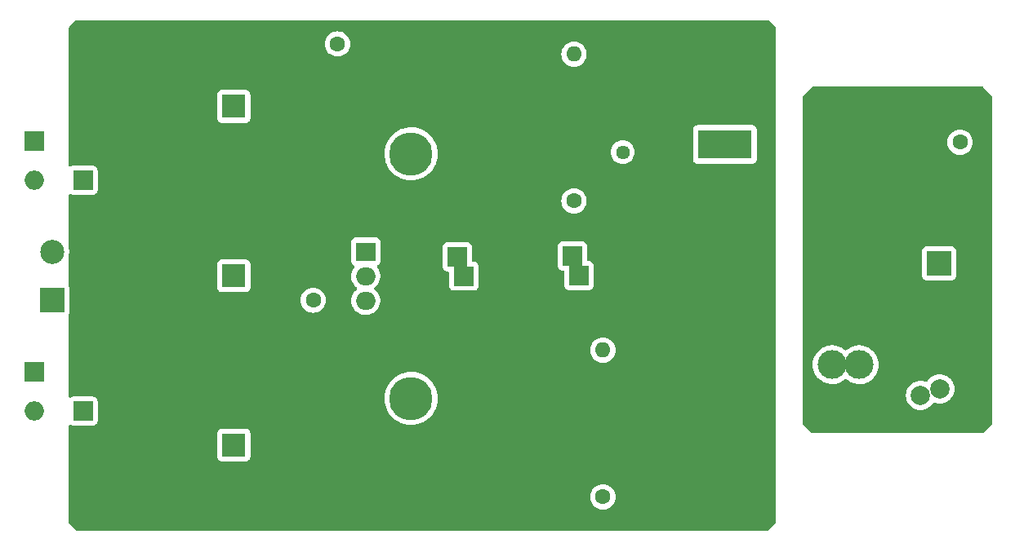
<source format=gbr>
%TF.GenerationSoftware,KiCad,Pcbnew,(6.0.0)*%
%TF.CreationDate,2022-07-19T20:58:04+01:00*%
%TF.ProjectId,M filament Heater,4d206669-6c61-46d6-956e-742048656174,rev?*%
%TF.SameCoordinates,Original*%
%TF.FileFunction,Copper,L2,Bot*%
%TF.FilePolarity,Positive*%
%FSLAX46Y46*%
G04 Gerber Fmt 4.6, Leading zero omitted, Abs format (unit mm)*
G04 Created by KiCad (PCBNEW (6.0.0)) date 2022-07-19 20:58:04*
%MOMM*%
%LPD*%
G01*
G04 APERTURE LIST*
%TA.AperFunction,ComponentPad*%
%ADD10C,1.600000*%
%TD*%
%TA.AperFunction,ComponentPad*%
%ADD11R,2.000000X2.000000*%
%TD*%
%TA.AperFunction,ComponentPad*%
%ADD12C,2.000000*%
%TD*%
%TA.AperFunction,ComponentPad*%
%ADD13R,2.400000X2.400000*%
%TD*%
%TA.AperFunction,ComponentPad*%
%ADD14C,2.400000*%
%TD*%
%TA.AperFunction,ComponentPad*%
%ADD15O,2.000000X2.000000*%
%TD*%
%TA.AperFunction,ComponentPad*%
%ADD16R,2.500000X2.500000*%
%TD*%
%TA.AperFunction,ComponentPad*%
%ADD17C,2.500000*%
%TD*%
%TA.AperFunction,ComponentPad*%
%ADD18O,1.600000X1.600000*%
%TD*%
%TA.AperFunction,ComponentPad*%
%ADD19R,2.000000X1.905000*%
%TD*%
%TA.AperFunction,ComponentPad*%
%ADD20O,2.000000X1.905000*%
%TD*%
%TA.AperFunction,ComponentPad*%
%ADD21C,4.500000*%
%TD*%
%TA.AperFunction,ComponentPad*%
%ADD22C,1.440000*%
%TD*%
%TA.AperFunction,ComponentPad*%
%ADD23R,3.000000X3.000000*%
%TD*%
%TA.AperFunction,ComponentPad*%
%ADD24C,3.000000*%
%TD*%
G04 APERTURE END LIST*
D10*
%TO.P,C8,1*%
%TO.N,Net-(C7-Pad1)*%
X163625000Y-120522500D03*
%TO.P,C8,2*%
%TO.N,Net-(C7-Pad2)*%
X168625000Y-120522500D03*
%TD*%
D11*
%TO.P,C6,1*%
%TO.N,Net-(C6-Pad1)*%
X116495179Y-132430000D03*
X117167323Y-134430000D03*
D12*
%TO.P,C6,2*%
%TO.N,GND*%
X122167323Y-134430000D03*
X122839467Y-136430000D03*
%TD*%
D13*
%TO.P,C1,1*%
%TO.N,Net-(C1-Pad1)*%
X93325000Y-151987500D03*
D14*
%TO.P,C1,2*%
%TO.N,GND*%
X85825000Y-151987500D03*
%TD*%
D11*
%TO.P,D4,1,K*%
%TO.N,Net-(D2-Pad2)*%
X72610000Y-120400000D03*
D15*
%TO.P,D4,2,A*%
%TO.N,GND*%
X77690000Y-120400000D03*
%TD*%
D16*
%TO.P,J2,1,Pin_1*%
%TO.N,Net-(C7-Pad2)*%
X166450000Y-133122500D03*
D17*
%TO.P,J2,2,Pin_2*%
%TO.N,Net-(C7-Pad1)*%
X166450000Y-128122500D03*
%TD*%
D13*
%TO.P,C2,1*%
%TO.N,Net-(C1-Pad1)*%
X93325000Y-116812500D03*
D14*
%TO.P,C2,2*%
%TO.N,GND*%
X85825000Y-116812500D03*
%TD*%
D11*
%TO.P,D2,1,K*%
%TO.N,Net-(C1-Pad1)*%
X77690000Y-124475000D03*
D15*
%TO.P,D2,2,A*%
%TO.N,Net-(D2-Pad2)*%
X72610000Y-124475000D03*
%TD*%
D10*
%TO.P,R3,1*%
%TO.N,Net-(C6-Pad1)*%
X131593445Y-157350000D03*
D18*
%TO.P,R3,2*%
%TO.N,Net-(C5-Pad1)*%
X131593445Y-142110000D03*
%TD*%
D10*
%TO.P,R2,1*%
%TO.N,Net-(C5-Pad1)*%
X128595168Y-126625000D03*
D18*
%TO.P,R2,2*%
%TO.N,Net-(R2-Pad2)*%
X128595168Y-111385000D03*
%TD*%
D19*
%TO.P,U1,1,ADJ*%
%TO.N,Net-(C5-Pad1)*%
X107000000Y-131890000D03*
D20*
%TO.P,U1,2,VO*%
%TO.N,Net-(C6-Pad1)*%
X107000000Y-134430000D03*
%TO.P,U1,3,VI*%
%TO.N,Net-(C1-Pad1)*%
X107000000Y-136970000D03*
%TD*%
D11*
%TO.P,D3,1,K*%
%TO.N,Net-(D1-Pad2)*%
X72610000Y-144385000D03*
D15*
%TO.P,D3,2,A*%
%TO.N,GND*%
X77690000Y-144385000D03*
%TD*%
D11*
%TO.P,D1,1,K*%
%TO.N,Net-(C1-Pad1)*%
X77690000Y-148460000D03*
D15*
%TO.P,D1,2,A*%
%TO.N,Net-(D1-Pad2)*%
X72610000Y-148460000D03*
%TD*%
D21*
%TO.P,HS1,1*%
%TO.N,N/C*%
X111695000Y-121730000D03*
X111695000Y-147130000D03*
%TD*%
D22*
%TO.P,RV1,1,1*%
%TO.N,Net-(R2-Pad2)*%
X133651723Y-121555000D03*
%TO.P,RV1,2,2*%
%TO.N,GND*%
X133651723Y-119015000D03*
%TO.P,RV1,3,3*%
X133651723Y-116475000D03*
%TD*%
D13*
%TO.P,C3,1*%
%TO.N,Net-(C1-Pad1)*%
X93325000Y-134400000D03*
D14*
%TO.P,C3,2*%
%TO.N,GND*%
X85825000Y-134400000D03*
%TD*%
D23*
%TO.P,FL1,1,1*%
%TO.N,Net-(C6-Pad1)*%
X142930000Y-120767500D03*
X145562450Y-120767500D03*
D24*
%TO.P,FL1,2,2*%
%TO.N,Net-(C7-Pad1)*%
X155345000Y-120767500D03*
X158170000Y-120767500D03*
%TO.P,FL1,3,3*%
%TO.N,GND*%
X142930000Y-143627500D03*
X145562450Y-143627500D03*
%TO.P,FL1,4,4*%
%TO.N,Net-(C7-Pad2)*%
X155345000Y-143627500D03*
X158170000Y-143627500D03*
%TD*%
D11*
%TO.P,C5,1*%
%TO.N,Net-(C5-Pad1)*%
X129110768Y-134367500D03*
X128438624Y-132367500D03*
D12*
%TO.P,C5,2*%
%TO.N,GND*%
X134782912Y-136367500D03*
X134110768Y-134367500D03*
%TD*%
D10*
%TO.P,C4,1*%
%TO.N,Net-(C1-Pad1)*%
X101550000Y-136930000D03*
%TO.P,C4,2*%
%TO.N,GND*%
X101550000Y-131930000D03*
%TD*%
D11*
%TO.P,C7,1*%
%TO.N,Net-(C7-Pad1)*%
X166525000Y-141147500D03*
X168525000Y-140475356D03*
D12*
%TO.P,C7,2*%
%TO.N,Net-(C7-Pad2)*%
X164525000Y-146819644D03*
X166525000Y-146147500D03*
%TD*%
D16*
%TO.P,~  ~,1,Pin_1*%
%TO.N,Net-(D1-Pad2)*%
X74500000Y-136930000D03*
D17*
%TO.P,~  ~,2,Pin_2*%
%TO.N,Net-(D2-Pad2)*%
X74500000Y-131930000D03*
%TD*%
D10*
%TO.P,R1,1*%
%TO.N,Net-(C1-Pad1)*%
X104075000Y-110325000D03*
D18*
%TO.P,R1,2*%
%TO.N,GND*%
X119315000Y-110325000D03*
%TD*%
%TA.AperFunction,Conductor*%
%TO.N,Net-(C7-Pad1)*%
G36*
X170990931Y-114770002D02*
G01*
X171011905Y-114786905D01*
X171938095Y-115713095D01*
X171972121Y-115775407D01*
X171975000Y-115802190D01*
X171975000Y-149697810D01*
X171954998Y-149765931D01*
X171938095Y-149786905D01*
X171011905Y-150713095D01*
X170949593Y-150747121D01*
X170922810Y-150750000D01*
X153352190Y-150750000D01*
X153284069Y-150729998D01*
X153263095Y-150713095D01*
X152336905Y-149786905D01*
X152302879Y-149724593D01*
X152300000Y-149697810D01*
X152300000Y-146819644D01*
X163011835Y-146819644D01*
X163030465Y-147056355D01*
X163085895Y-147287238D01*
X163087788Y-147291809D01*
X163087789Y-147291811D01*
X163173044Y-147497635D01*
X163176760Y-147506607D01*
X163179346Y-147510827D01*
X163298241Y-147704846D01*
X163298245Y-147704852D01*
X163300824Y-147709060D01*
X163455031Y-147889613D01*
X163635584Y-148043820D01*
X163639792Y-148046399D01*
X163639798Y-148046403D01*
X163833817Y-148165298D01*
X163838037Y-148167884D01*
X163842607Y-148169777D01*
X163842611Y-148169779D01*
X164052833Y-148256855D01*
X164057406Y-148258749D01*
X164137609Y-148278004D01*
X164283476Y-148313024D01*
X164283482Y-148313025D01*
X164288289Y-148314179D01*
X164525000Y-148332809D01*
X164761711Y-148314179D01*
X164766518Y-148313025D01*
X164766524Y-148313024D01*
X164912391Y-148278004D01*
X164992594Y-148258749D01*
X164997167Y-148256855D01*
X165207389Y-148169779D01*
X165207393Y-148169777D01*
X165211963Y-148167884D01*
X165216183Y-148165298D01*
X165410202Y-148046403D01*
X165410208Y-148046399D01*
X165414416Y-148043820D01*
X165594969Y-147889613D01*
X165749176Y-147709060D01*
X165778833Y-147660665D01*
X165815197Y-147601325D01*
X165867845Y-147553693D01*
X165937886Y-147542087D01*
X165970847Y-147550751D01*
X166057406Y-147586605D01*
X166137609Y-147605860D01*
X166283476Y-147640880D01*
X166283482Y-147640881D01*
X166288289Y-147642035D01*
X166525000Y-147660665D01*
X166761711Y-147642035D01*
X166766518Y-147640881D01*
X166766524Y-147640880D01*
X166912391Y-147605860D01*
X166992594Y-147586605D01*
X166997167Y-147584711D01*
X167207389Y-147497635D01*
X167207393Y-147497633D01*
X167211963Y-147495740D01*
X167216183Y-147493154D01*
X167410202Y-147374259D01*
X167410208Y-147374255D01*
X167414416Y-147371676D01*
X167594969Y-147217469D01*
X167749176Y-147036916D01*
X167751755Y-147032708D01*
X167751759Y-147032702D01*
X167870654Y-146838683D01*
X167873240Y-146834463D01*
X167877337Y-146824574D01*
X167962211Y-146619667D01*
X167962212Y-146619665D01*
X167964105Y-146615094D01*
X168019535Y-146384211D01*
X168038165Y-146147500D01*
X168019535Y-145910789D01*
X167964105Y-145679906D01*
X167927780Y-145592209D01*
X167875135Y-145465111D01*
X167875133Y-145465107D01*
X167873240Y-145460537D01*
X167851498Y-145425057D01*
X167751759Y-145262298D01*
X167751755Y-145262292D01*
X167749176Y-145258084D01*
X167594969Y-145077531D01*
X167414416Y-144923324D01*
X167410208Y-144920745D01*
X167410202Y-144920741D01*
X167216183Y-144801846D01*
X167211963Y-144799260D01*
X167207393Y-144797367D01*
X167207389Y-144797365D01*
X166997167Y-144710289D01*
X166997165Y-144710288D01*
X166992594Y-144708395D01*
X166912391Y-144689140D01*
X166766524Y-144654120D01*
X166766518Y-144654119D01*
X166761711Y-144652965D01*
X166525000Y-144634335D01*
X166288289Y-144652965D01*
X166283482Y-144654119D01*
X166283476Y-144654120D01*
X166137609Y-144689140D01*
X166057406Y-144708395D01*
X166052835Y-144710288D01*
X166052833Y-144710289D01*
X165842611Y-144797365D01*
X165842607Y-144797367D01*
X165838037Y-144799260D01*
X165833817Y-144801846D01*
X165639798Y-144920741D01*
X165639792Y-144920745D01*
X165635584Y-144923324D01*
X165455031Y-145077531D01*
X165300824Y-145258084D01*
X165298237Y-145262306D01*
X165234803Y-145365819D01*
X165182155Y-145413451D01*
X165112114Y-145425057D01*
X165079153Y-145416393D01*
X164997167Y-145382433D01*
X164997165Y-145382432D01*
X164992594Y-145380539D01*
X164912391Y-145361284D01*
X164766524Y-145326264D01*
X164766518Y-145326263D01*
X164761711Y-145325109D01*
X164525000Y-145306479D01*
X164288289Y-145325109D01*
X164283482Y-145326263D01*
X164283476Y-145326264D01*
X164137609Y-145361284D01*
X164057406Y-145380539D01*
X164052835Y-145382432D01*
X164052833Y-145382433D01*
X163842611Y-145469509D01*
X163842607Y-145469511D01*
X163838037Y-145471404D01*
X163833817Y-145473990D01*
X163639798Y-145592885D01*
X163639792Y-145592889D01*
X163635584Y-145595468D01*
X163455031Y-145749675D01*
X163300824Y-145930228D01*
X163298245Y-145934436D01*
X163298241Y-145934442D01*
X163179346Y-146128461D01*
X163176760Y-146132681D01*
X163174867Y-146137251D01*
X163174865Y-146137255D01*
X163087789Y-146347477D01*
X163085895Y-146352050D01*
X163030465Y-146582933D01*
X163011835Y-146819644D01*
X152300000Y-146819644D01*
X152300000Y-143606418D01*
X153331917Y-143606418D01*
X153347682Y-143879820D01*
X153348507Y-143884025D01*
X153348508Y-143884033D01*
X153359127Y-143938157D01*
X153400405Y-144148553D01*
X153401792Y-144152603D01*
X153401793Y-144152608D01*
X153422605Y-144213395D01*
X153489112Y-144407644D01*
X153612160Y-144652299D01*
X153614586Y-144655828D01*
X153614589Y-144655834D01*
X153713164Y-144799260D01*
X153767274Y-144877990D01*
X153770161Y-144881163D01*
X153770162Y-144881164D01*
X153808665Y-144923478D01*
X153951582Y-145080543D01*
X154161675Y-145256207D01*
X154165316Y-145258491D01*
X154390024Y-145399451D01*
X154390028Y-145399453D01*
X154393664Y-145401734D01*
X154461544Y-145432383D01*
X154639345Y-145512664D01*
X154639349Y-145512666D01*
X154643257Y-145514430D01*
X154647377Y-145515650D01*
X154647376Y-145515650D01*
X154901723Y-145590991D01*
X154901727Y-145590992D01*
X154905836Y-145592209D01*
X154910070Y-145592857D01*
X154910075Y-145592858D01*
X155172298Y-145632983D01*
X155172300Y-145632983D01*
X155176540Y-145633632D01*
X155315912Y-145635822D01*
X155446071Y-145637867D01*
X155446077Y-145637867D01*
X155450362Y-145637934D01*
X155722235Y-145605034D01*
X155987127Y-145535541D01*
X155991087Y-145533901D01*
X155991092Y-145533899D01*
X156146542Y-145469509D01*
X156240136Y-145430741D01*
X156476582Y-145292573D01*
X156559555Y-145227514D01*
X156681971Y-145131528D01*
X156747919Y-145105236D01*
X156817614Y-145118771D01*
X156840539Y-145134019D01*
X156986675Y-145256207D01*
X156990316Y-145258491D01*
X157215024Y-145399451D01*
X157215028Y-145399453D01*
X157218664Y-145401734D01*
X157286544Y-145432383D01*
X157464345Y-145512664D01*
X157464349Y-145512666D01*
X157468257Y-145514430D01*
X157472377Y-145515650D01*
X157472376Y-145515650D01*
X157726723Y-145590991D01*
X157726727Y-145590992D01*
X157730836Y-145592209D01*
X157735070Y-145592857D01*
X157735075Y-145592858D01*
X157997298Y-145632983D01*
X157997300Y-145632983D01*
X158001540Y-145633632D01*
X158140912Y-145635822D01*
X158271071Y-145637867D01*
X158271077Y-145637867D01*
X158275362Y-145637934D01*
X158547235Y-145605034D01*
X158812127Y-145535541D01*
X158816087Y-145533901D01*
X158816092Y-145533899D01*
X158971542Y-145469509D01*
X159065136Y-145430741D01*
X159301582Y-145292573D01*
X159517089Y-145123594D01*
X159534880Y-145105236D01*
X159704686Y-144930009D01*
X159707669Y-144926931D01*
X159710202Y-144923483D01*
X159710206Y-144923478D01*
X159867257Y-144709678D01*
X159869795Y-144706223D01*
X159898712Y-144652965D01*
X159998418Y-144469330D01*
X159998419Y-144469328D01*
X160000468Y-144465554D01*
X160097269Y-144209377D01*
X160158407Y-143942433D01*
X160182751Y-143669661D01*
X160183193Y-143627500D01*
X160164567Y-143354278D01*
X160109032Y-143086112D01*
X160017617Y-142827965D01*
X159892013Y-142584612D01*
X159882040Y-142570421D01*
X159737008Y-142364062D01*
X159734545Y-142360557D01*
X159548125Y-142159945D01*
X159544810Y-142157231D01*
X159544806Y-142157228D01*
X159339523Y-141989206D01*
X159339522Y-141989205D01*
X159336205Y-141986490D01*
X159102704Y-141843401D01*
X159098768Y-141841673D01*
X158855873Y-141735049D01*
X158855869Y-141735048D01*
X158851945Y-141733325D01*
X158588566Y-141658300D01*
X158584324Y-141657696D01*
X158584318Y-141657695D01*
X158383834Y-141629162D01*
X158317443Y-141619713D01*
X158173589Y-141618960D01*
X158047877Y-141618302D01*
X158047871Y-141618302D01*
X158043591Y-141618280D01*
X158039347Y-141618839D01*
X158039343Y-141618839D01*
X157920302Y-141634511D01*
X157772078Y-141654025D01*
X157767938Y-141655158D01*
X157767936Y-141655158D01*
X157695008Y-141675109D01*
X157507928Y-141726288D01*
X157503980Y-141727972D01*
X157259982Y-141832046D01*
X157259978Y-141832048D01*
X157256030Y-141833732D01*
X157236125Y-141845645D01*
X157024725Y-141972164D01*
X157024721Y-141972167D01*
X157021043Y-141974368D01*
X156836576Y-142122154D01*
X156835540Y-142122984D01*
X156769870Y-142149966D01*
X156700038Y-142137161D01*
X156676956Y-142122156D01*
X156616435Y-142072620D01*
X156514523Y-141989205D01*
X156514516Y-141989200D01*
X156511205Y-141986490D01*
X156277704Y-141843401D01*
X156273768Y-141841673D01*
X156030873Y-141735049D01*
X156030869Y-141735048D01*
X156026945Y-141733325D01*
X155763566Y-141658300D01*
X155759324Y-141657696D01*
X155759318Y-141657695D01*
X155558834Y-141629162D01*
X155492443Y-141619713D01*
X155348589Y-141618960D01*
X155222877Y-141618302D01*
X155222871Y-141618302D01*
X155218591Y-141618280D01*
X155214347Y-141618839D01*
X155214343Y-141618839D01*
X155095302Y-141634511D01*
X154947078Y-141654025D01*
X154942938Y-141655158D01*
X154942936Y-141655158D01*
X154870008Y-141675109D01*
X154682928Y-141726288D01*
X154678980Y-141727972D01*
X154434982Y-141832046D01*
X154434978Y-141832048D01*
X154431030Y-141833732D01*
X154411125Y-141845645D01*
X154199725Y-141972164D01*
X154199721Y-141972167D01*
X154196043Y-141974368D01*
X153982318Y-142145594D01*
X153793808Y-142344242D01*
X153634002Y-142566636D01*
X153505857Y-142808661D01*
X153504385Y-142812684D01*
X153504383Y-142812688D01*
X153497314Y-142832006D01*
X153411743Y-143065837D01*
X153353404Y-143333407D01*
X153331917Y-143606418D01*
X152300000Y-143606418D01*
X152300000Y-134420634D01*
X164691500Y-134420634D01*
X164698255Y-134482816D01*
X164749385Y-134619205D01*
X164836739Y-134735761D01*
X164953295Y-134823115D01*
X165089684Y-134874245D01*
X165151866Y-134881000D01*
X167748134Y-134881000D01*
X167810316Y-134874245D01*
X167946705Y-134823115D01*
X168063261Y-134735761D01*
X168150615Y-134619205D01*
X168201745Y-134482816D01*
X168208500Y-134420634D01*
X168208500Y-131824366D01*
X168201745Y-131762184D01*
X168150615Y-131625795D01*
X168063261Y-131509239D01*
X167946705Y-131421885D01*
X167810316Y-131370755D01*
X167748134Y-131364000D01*
X165151866Y-131364000D01*
X165089684Y-131370755D01*
X164953295Y-131421885D01*
X164836739Y-131509239D01*
X164749385Y-131625795D01*
X164698255Y-131762184D01*
X164691500Y-131824366D01*
X164691500Y-134420634D01*
X152300000Y-134420634D01*
X152300000Y-120522500D01*
X167311502Y-120522500D01*
X167331457Y-120750587D01*
X167390716Y-120971743D01*
X167393039Y-120976724D01*
X167393039Y-120976725D01*
X167485151Y-121174262D01*
X167485154Y-121174267D01*
X167487477Y-121179249D01*
X167618802Y-121366800D01*
X167780700Y-121528698D01*
X167785208Y-121531855D01*
X167785211Y-121531857D01*
X167863389Y-121586598D01*
X167968251Y-121660023D01*
X167973233Y-121662346D01*
X167973238Y-121662349D01*
X168170775Y-121754461D01*
X168175757Y-121756784D01*
X168181065Y-121758206D01*
X168181067Y-121758207D01*
X168391598Y-121814619D01*
X168391600Y-121814619D01*
X168396913Y-121816043D01*
X168625000Y-121835998D01*
X168853087Y-121816043D01*
X168858400Y-121814619D01*
X168858402Y-121814619D01*
X169068933Y-121758207D01*
X169068935Y-121758206D01*
X169074243Y-121756784D01*
X169079225Y-121754461D01*
X169276762Y-121662349D01*
X169276767Y-121662346D01*
X169281749Y-121660023D01*
X169386611Y-121586598D01*
X169464789Y-121531857D01*
X169464792Y-121531855D01*
X169469300Y-121528698D01*
X169631198Y-121366800D01*
X169762523Y-121179249D01*
X169764846Y-121174267D01*
X169764849Y-121174262D01*
X169856961Y-120976725D01*
X169856961Y-120976724D01*
X169859284Y-120971743D01*
X169918543Y-120750587D01*
X169938498Y-120522500D01*
X169918543Y-120294413D01*
X169859284Y-120073257D01*
X169856961Y-120068275D01*
X169764849Y-119870738D01*
X169764846Y-119870733D01*
X169762523Y-119865751D01*
X169631198Y-119678200D01*
X169469300Y-119516302D01*
X169464792Y-119513145D01*
X169464789Y-119513143D01*
X169386611Y-119458402D01*
X169281749Y-119384977D01*
X169276767Y-119382654D01*
X169276762Y-119382651D01*
X169079225Y-119290539D01*
X169079224Y-119290539D01*
X169074243Y-119288216D01*
X169068935Y-119286794D01*
X169068933Y-119286793D01*
X168858402Y-119230381D01*
X168858400Y-119230381D01*
X168853087Y-119228957D01*
X168625000Y-119209002D01*
X168396913Y-119228957D01*
X168391600Y-119230381D01*
X168391598Y-119230381D01*
X168181067Y-119286793D01*
X168181065Y-119286794D01*
X168175757Y-119288216D01*
X168170776Y-119290539D01*
X168170775Y-119290539D01*
X167973238Y-119382651D01*
X167973233Y-119382654D01*
X167968251Y-119384977D01*
X167863389Y-119458402D01*
X167785211Y-119513143D01*
X167785208Y-119513145D01*
X167780700Y-119516302D01*
X167618802Y-119678200D01*
X167487477Y-119865751D01*
X167485154Y-119870733D01*
X167485151Y-119870738D01*
X167393039Y-120068275D01*
X167390716Y-120073257D01*
X167331457Y-120294413D01*
X167311502Y-120522500D01*
X152300000Y-120522500D01*
X152300000Y-115802190D01*
X152320002Y-115734069D01*
X152336905Y-115713095D01*
X153263095Y-114786905D01*
X153325407Y-114752879D01*
X153352190Y-114750000D01*
X170922810Y-114750000D01*
X170990931Y-114770002D01*
G37*
%TD.AperFunction*%
%TD*%
%TA.AperFunction,Conductor*%
%TO.N,GND*%
G36*
X148823931Y-107903002D02*
G01*
X148844905Y-107919905D01*
X149438095Y-108513095D01*
X149472121Y-108575407D01*
X149475000Y-108602190D01*
X149475000Y-160047810D01*
X149454998Y-160115931D01*
X149438095Y-160136905D01*
X148694905Y-160880095D01*
X148632593Y-160914121D01*
X148605810Y-160917000D01*
X77094190Y-160917000D01*
X77026069Y-160896998D01*
X77005095Y-160880095D01*
X76261905Y-160136905D01*
X76227879Y-160074593D01*
X76225000Y-160047810D01*
X76225000Y-157350000D01*
X130279947Y-157350000D01*
X130299902Y-157578087D01*
X130359161Y-157799243D01*
X130361484Y-157804224D01*
X130361484Y-157804225D01*
X130453596Y-158001762D01*
X130453599Y-158001767D01*
X130455922Y-158006749D01*
X130587247Y-158194300D01*
X130749145Y-158356198D01*
X130753653Y-158359355D01*
X130753656Y-158359357D01*
X130831834Y-158414098D01*
X130936696Y-158487523D01*
X130941678Y-158489846D01*
X130941683Y-158489849D01*
X131139220Y-158581961D01*
X131144202Y-158584284D01*
X131149510Y-158585706D01*
X131149512Y-158585707D01*
X131360043Y-158642119D01*
X131360045Y-158642119D01*
X131365358Y-158643543D01*
X131593445Y-158663498D01*
X131821532Y-158643543D01*
X131826845Y-158642119D01*
X131826847Y-158642119D01*
X132037378Y-158585707D01*
X132037380Y-158585706D01*
X132042688Y-158584284D01*
X132047670Y-158581961D01*
X132245207Y-158489849D01*
X132245212Y-158489846D01*
X132250194Y-158487523D01*
X132355056Y-158414098D01*
X132433234Y-158359357D01*
X132433237Y-158359355D01*
X132437745Y-158356198D01*
X132599643Y-158194300D01*
X132730968Y-158006749D01*
X132733291Y-158001767D01*
X132733294Y-158001762D01*
X132825406Y-157804225D01*
X132825406Y-157804224D01*
X132827729Y-157799243D01*
X132886988Y-157578087D01*
X132906943Y-157350000D01*
X132886988Y-157121913D01*
X132827729Y-156900757D01*
X132825406Y-156895775D01*
X132733294Y-156698238D01*
X132733291Y-156698233D01*
X132730968Y-156693251D01*
X132599643Y-156505700D01*
X132437745Y-156343802D01*
X132433237Y-156340645D01*
X132433234Y-156340643D01*
X132355056Y-156285902D01*
X132250194Y-156212477D01*
X132245212Y-156210154D01*
X132245207Y-156210151D01*
X132047670Y-156118039D01*
X132047669Y-156118039D01*
X132042688Y-156115716D01*
X132037380Y-156114294D01*
X132037378Y-156114293D01*
X131826847Y-156057881D01*
X131826845Y-156057881D01*
X131821532Y-156056457D01*
X131593445Y-156036502D01*
X131365358Y-156056457D01*
X131360045Y-156057881D01*
X131360043Y-156057881D01*
X131149512Y-156114293D01*
X131149510Y-156114294D01*
X131144202Y-156115716D01*
X131139221Y-156118039D01*
X131139220Y-156118039D01*
X130941683Y-156210151D01*
X130941678Y-156210154D01*
X130936696Y-156212477D01*
X130831834Y-156285902D01*
X130753656Y-156340643D01*
X130753653Y-156340645D01*
X130749145Y-156343802D01*
X130587247Y-156505700D01*
X130455922Y-156693251D01*
X130453599Y-156698233D01*
X130453596Y-156698238D01*
X130361484Y-156895775D01*
X130359161Y-156900757D01*
X130299902Y-157121913D01*
X130279947Y-157350000D01*
X76225000Y-157350000D01*
X76225000Y-153235634D01*
X91616500Y-153235634D01*
X91623255Y-153297816D01*
X91674385Y-153434205D01*
X91761739Y-153550761D01*
X91878295Y-153638115D01*
X92014684Y-153689245D01*
X92076866Y-153696000D01*
X94573134Y-153696000D01*
X94635316Y-153689245D01*
X94771705Y-153638115D01*
X94888261Y-153550761D01*
X94975615Y-153434205D01*
X95026745Y-153297816D01*
X95033500Y-153235634D01*
X95033500Y-150739366D01*
X95026745Y-150677184D01*
X94975615Y-150540795D01*
X94888261Y-150424239D01*
X94771705Y-150336885D01*
X94635316Y-150285755D01*
X94573134Y-150279000D01*
X92076866Y-150279000D01*
X92014684Y-150285755D01*
X91878295Y-150336885D01*
X91761739Y-150424239D01*
X91674385Y-150540795D01*
X91623255Y-150677184D01*
X91616500Y-150739366D01*
X91616500Y-153235634D01*
X76225000Y-153235634D01*
X76225000Y-149998903D01*
X76245002Y-149930782D01*
X76298658Y-149884289D01*
X76368932Y-149874185D01*
X76426563Y-149898076D01*
X76436105Y-149905227D01*
X76436108Y-149905229D01*
X76443295Y-149910615D01*
X76579684Y-149961745D01*
X76641866Y-149968500D01*
X78738134Y-149968500D01*
X78800316Y-149961745D01*
X78936705Y-149910615D01*
X79053261Y-149823261D01*
X79140615Y-149706705D01*
X79191745Y-149570316D01*
X79198500Y-149508134D01*
X79198500Y-147411866D01*
X79191745Y-147349684D01*
X79140615Y-147213295D01*
X79056500Y-147101061D01*
X108931610Y-147101061D01*
X108948147Y-147433255D01*
X108948788Y-147436986D01*
X108948789Y-147436994D01*
X108963586Y-147523103D01*
X109004474Y-147761057D01*
X109099774Y-148079718D01*
X109101287Y-148083189D01*
X109101289Y-148083195D01*
X109192458Y-148292370D01*
X109232666Y-148384622D01*
X109401226Y-148671352D01*
X109403527Y-148674367D01*
X109600712Y-148932742D01*
X109600717Y-148932748D01*
X109603012Y-148935755D01*
X109835102Y-149174002D01*
X110094132Y-149382640D01*
X110376352Y-149558648D01*
X110677672Y-149699476D01*
X110993729Y-149803085D01*
X111319944Y-149867973D01*
X111323716Y-149868260D01*
X111323724Y-149868261D01*
X111647815Y-149892914D01*
X111647820Y-149892914D01*
X111651592Y-149893201D01*
X111983869Y-149878403D01*
X112009211Y-149874185D01*
X112308220Y-149824417D01*
X112308225Y-149824416D01*
X112311961Y-149823794D01*
X112631116Y-149730164D01*
X112634583Y-149728674D01*
X112634587Y-149728673D01*
X112933228Y-149600366D01*
X112933230Y-149600365D01*
X112936712Y-149598869D01*
X113224321Y-149431813D01*
X113227343Y-149429532D01*
X113227347Y-149429529D01*
X113486753Y-149233697D01*
X113486754Y-149233696D01*
X113489777Y-149231414D01*
X113729235Y-149000575D01*
X113939227Y-148742641D01*
X114116710Y-148461347D01*
X114259114Y-148160767D01*
X114364377Y-147845257D01*
X114430972Y-147519386D01*
X114457936Y-147187875D01*
X114458542Y-147130000D01*
X114456970Y-147103919D01*
X114438755Y-146801772D01*
X114438754Y-146801765D01*
X114438527Y-146797997D01*
X114378770Y-146470803D01*
X114280139Y-146153157D01*
X114144061Y-145849662D01*
X114059108Y-145708555D01*
X113974466Y-145567966D01*
X113974462Y-145567960D01*
X113972507Y-145564713D01*
X113970180Y-145561729D01*
X113970175Y-145561722D01*
X113770294Y-145305425D01*
X113770288Y-145305418D01*
X113767963Y-145302437D01*
X113533392Y-145066634D01*
X113272191Y-144860720D01*
X112988144Y-144687677D01*
X112867046Y-144632617D01*
X112688817Y-144551580D01*
X112688809Y-144551577D01*
X112685365Y-144550011D01*
X112368240Y-144449718D01*
X112145896Y-144407906D01*
X112045087Y-144388949D01*
X112045085Y-144388949D01*
X112041364Y-144388249D01*
X111709470Y-144366496D01*
X111705690Y-144366704D01*
X111705689Y-144366704D01*
X111607918Y-144372085D01*
X111377366Y-144384773D01*
X111373639Y-144385434D01*
X111373635Y-144385434D01*
X111114510Y-144431358D01*
X111049864Y-144442815D01*
X111046239Y-144443920D01*
X111046234Y-144443921D01*
X110838683Y-144507178D01*
X110731707Y-144539782D01*
X110728243Y-144541313D01*
X110728236Y-144541316D01*
X110541051Y-144624070D01*
X110427503Y-144674269D01*
X110424249Y-144676205D01*
X110424243Y-144676208D01*
X110144918Y-144842389D01*
X110141659Y-144844328D01*
X109878316Y-145047496D01*
X109641288Y-145280829D01*
X109434009Y-145540949D01*
X109259481Y-145824086D01*
X109120232Y-146126140D01*
X109119073Y-146129740D01*
X109119070Y-146129747D01*
X109110368Y-146156771D01*
X109018280Y-146442735D01*
X108955100Y-146769285D01*
X108954833Y-146773061D01*
X108954832Y-146773066D01*
X108935454Y-147046771D01*
X108931610Y-147101061D01*
X79056500Y-147101061D01*
X79053261Y-147096739D01*
X78936705Y-147009385D01*
X78800316Y-146958255D01*
X78738134Y-146951500D01*
X76641866Y-146951500D01*
X76579684Y-146958255D01*
X76443295Y-147009385D01*
X76436108Y-147014771D01*
X76436105Y-147014773D01*
X76426563Y-147021924D01*
X76360056Y-147046771D01*
X76290674Y-147031717D01*
X76240445Y-146981542D01*
X76225000Y-146921097D01*
X76225000Y-142110000D01*
X130279947Y-142110000D01*
X130299902Y-142338087D01*
X130359161Y-142559243D01*
X130361484Y-142564224D01*
X130361484Y-142564225D01*
X130453596Y-142761762D01*
X130453599Y-142761767D01*
X130455922Y-142766749D01*
X130587247Y-142954300D01*
X130749145Y-143116198D01*
X130753653Y-143119355D01*
X130753656Y-143119357D01*
X130831834Y-143174098D01*
X130936696Y-143247523D01*
X130941678Y-143249846D01*
X130941683Y-143249849D01*
X131139220Y-143341961D01*
X131144202Y-143344284D01*
X131149510Y-143345706D01*
X131149512Y-143345707D01*
X131360043Y-143402119D01*
X131360045Y-143402119D01*
X131365358Y-143403543D01*
X131593445Y-143423498D01*
X131821532Y-143403543D01*
X131826845Y-143402119D01*
X131826847Y-143402119D01*
X132037378Y-143345707D01*
X132037380Y-143345706D01*
X132042688Y-143344284D01*
X132047670Y-143341961D01*
X132245207Y-143249849D01*
X132245212Y-143249846D01*
X132250194Y-143247523D01*
X132355056Y-143174098D01*
X132433234Y-143119357D01*
X132433237Y-143119355D01*
X132437745Y-143116198D01*
X132599643Y-142954300D01*
X132730968Y-142766749D01*
X132733291Y-142761767D01*
X132733294Y-142761762D01*
X132825406Y-142564225D01*
X132825406Y-142564224D01*
X132827729Y-142559243D01*
X132886988Y-142338087D01*
X132906943Y-142110000D01*
X132886988Y-141881913D01*
X132827729Y-141660757D01*
X132825406Y-141655775D01*
X132733294Y-141458238D01*
X132733291Y-141458233D01*
X132730968Y-141453251D01*
X132599643Y-141265700D01*
X132437745Y-141103802D01*
X132433237Y-141100645D01*
X132433234Y-141100643D01*
X132355056Y-141045902D01*
X132250194Y-140972477D01*
X132245212Y-140970154D01*
X132245207Y-140970151D01*
X132047670Y-140878039D01*
X132047669Y-140878039D01*
X132042688Y-140875716D01*
X132037380Y-140874294D01*
X132037378Y-140874293D01*
X131826847Y-140817881D01*
X131826845Y-140817881D01*
X131821532Y-140816457D01*
X131593445Y-140796502D01*
X131365358Y-140816457D01*
X131360045Y-140817881D01*
X131360043Y-140817881D01*
X131149512Y-140874293D01*
X131149510Y-140874294D01*
X131144202Y-140875716D01*
X131139221Y-140878039D01*
X131139220Y-140878039D01*
X130941683Y-140970151D01*
X130941678Y-140970154D01*
X130936696Y-140972477D01*
X130831834Y-141045902D01*
X130753656Y-141100643D01*
X130753653Y-141100645D01*
X130749145Y-141103802D01*
X130587247Y-141265700D01*
X130455922Y-141453251D01*
X130453599Y-141458233D01*
X130453596Y-141458238D01*
X130361484Y-141655775D01*
X130359161Y-141660757D01*
X130299902Y-141881913D01*
X130279947Y-142110000D01*
X76225000Y-142110000D01*
X76225000Y-138384500D01*
X76233018Y-138340270D01*
X76248971Y-138297715D01*
X76251745Y-138290316D01*
X76258500Y-138228134D01*
X76258500Y-136930000D01*
X100236502Y-136930000D01*
X100256457Y-137158087D01*
X100257881Y-137163400D01*
X100257881Y-137163402D01*
X100306403Y-137344485D01*
X100315716Y-137379243D01*
X100318039Y-137384224D01*
X100318039Y-137384225D01*
X100410151Y-137581762D01*
X100410154Y-137581767D01*
X100412477Y-137586749D01*
X100543802Y-137774300D01*
X100705700Y-137936198D01*
X100710208Y-137939355D01*
X100710211Y-137939357D01*
X100747917Y-137965759D01*
X100893251Y-138067523D01*
X100898233Y-138069846D01*
X100898238Y-138069849D01*
X101030455Y-138131502D01*
X101100757Y-138164284D01*
X101106065Y-138165706D01*
X101106067Y-138165707D01*
X101316598Y-138222119D01*
X101316600Y-138222119D01*
X101321913Y-138223543D01*
X101550000Y-138243498D01*
X101778087Y-138223543D01*
X101783400Y-138222119D01*
X101783402Y-138222119D01*
X101993933Y-138165707D01*
X101993935Y-138165706D01*
X101999243Y-138164284D01*
X102069545Y-138131502D01*
X102201762Y-138069849D01*
X102201767Y-138069846D01*
X102206749Y-138067523D01*
X102352083Y-137965759D01*
X102389789Y-137939357D01*
X102389792Y-137939355D01*
X102394300Y-137936198D01*
X102556198Y-137774300D01*
X102687523Y-137586749D01*
X102689846Y-137581767D01*
X102689849Y-137581762D01*
X102781961Y-137384225D01*
X102781961Y-137384224D01*
X102784284Y-137379243D01*
X102793598Y-137344485D01*
X102842119Y-137163402D01*
X102842119Y-137163400D01*
X102843543Y-137158087D01*
X102851052Y-137072263D01*
X105490064Y-137072263D01*
X105526404Y-137309744D01*
X105547384Y-137373933D01*
X105599434Y-137533183D01*
X105599437Y-137533189D01*
X105601042Y-137538101D01*
X105603429Y-137542687D01*
X105603431Y-137542691D01*
X105628713Y-137591257D01*
X105711975Y-137751200D01*
X105715085Y-137755342D01*
X105850876Y-137936198D01*
X105856223Y-137943320D01*
X106029912Y-138109301D01*
X106034184Y-138112215D01*
X106209094Y-138231531D01*
X106228378Y-138244686D01*
X106233061Y-138246860D01*
X106233065Y-138246862D01*
X106441595Y-138343658D01*
X106441599Y-138343659D01*
X106446290Y-138345837D01*
X106677798Y-138410040D01*
X106682935Y-138410589D01*
X106870593Y-138430644D01*
X106870601Y-138430644D01*
X106873928Y-138431000D01*
X107108402Y-138431000D01*
X107110975Y-138430788D01*
X107110986Y-138430788D01*
X107211946Y-138422487D01*
X107286937Y-138416322D01*
X107519944Y-138357794D01*
X107658117Y-138297715D01*
X107735526Y-138264057D01*
X107735529Y-138264055D01*
X107740263Y-138261997D01*
X107941977Y-138131502D01*
X108119670Y-137969814D01*
X108180347Y-137892983D01*
X108265367Y-137785330D01*
X108265370Y-137785325D01*
X108268568Y-137781276D01*
X108274910Y-137769789D01*
X108382177Y-137575474D01*
X108382179Y-137575470D01*
X108384674Y-137570950D01*
X108450798Y-137384225D01*
X108463144Y-137349360D01*
X108463145Y-137349356D01*
X108464870Y-137344485D01*
X108470183Y-137314659D01*
X108506095Y-137113052D01*
X108506096Y-137113046D01*
X108507001Y-137107963D01*
X108509936Y-136867737D01*
X108473596Y-136630256D01*
X108423104Y-136475775D01*
X108400566Y-136406817D01*
X108400563Y-136406811D01*
X108398958Y-136401899D01*
X108288025Y-136188800D01*
X108143777Y-135996680D01*
X108064209Y-135920643D01*
X107973825Y-135834270D01*
X107973824Y-135834269D01*
X107970088Y-135830699D01*
X107933097Y-135805465D01*
X107888096Y-135750556D01*
X107879925Y-135680032D01*
X107911179Y-135616284D01*
X107935660Y-135595589D01*
X107937635Y-135594311D01*
X107941977Y-135591502D01*
X108119670Y-135429814D01*
X108208971Y-135316739D01*
X108265367Y-135245330D01*
X108265370Y-135245325D01*
X108268568Y-135241276D01*
X108275133Y-135229385D01*
X108382177Y-135035474D01*
X108382179Y-135035470D01*
X108384674Y-135030950D01*
X108464870Y-134804485D01*
X108470183Y-134774659D01*
X108506095Y-134573052D01*
X108506096Y-134573046D01*
X108507001Y-134567963D01*
X108509936Y-134327737D01*
X108473596Y-134090256D01*
X108436906Y-133978003D01*
X108400566Y-133866817D01*
X108400563Y-133866811D01*
X108398958Y-133861899D01*
X108377807Y-133821267D01*
X108290416Y-133653393D01*
X108288025Y-133648800D01*
X108171585Y-133493717D01*
X108165747Y-133478134D01*
X114986679Y-133478134D01*
X114993434Y-133540316D01*
X115044564Y-133676705D01*
X115131918Y-133793261D01*
X115248474Y-133880615D01*
X115384863Y-133931745D01*
X115447045Y-133938500D01*
X115532823Y-133938500D01*
X115600944Y-133958502D01*
X115647437Y-134012158D01*
X115658823Y-134064500D01*
X115658823Y-135478134D01*
X115665578Y-135540316D01*
X115716708Y-135676705D01*
X115804062Y-135793261D01*
X115920618Y-135880615D01*
X116057007Y-135931745D01*
X116119189Y-135938500D01*
X118215457Y-135938500D01*
X118277639Y-135931745D01*
X118414028Y-135880615D01*
X118530584Y-135793261D01*
X118617938Y-135676705D01*
X118669068Y-135540316D01*
X118675823Y-135478134D01*
X118675823Y-133415634D01*
X126930124Y-133415634D01*
X126936879Y-133477816D01*
X126988009Y-133614205D01*
X127075363Y-133730761D01*
X127191919Y-133818115D01*
X127328308Y-133869245D01*
X127390490Y-133876000D01*
X127476268Y-133876000D01*
X127544389Y-133896002D01*
X127590882Y-133949658D01*
X127602268Y-134002000D01*
X127602268Y-135415634D01*
X127609023Y-135477816D01*
X127660153Y-135614205D01*
X127747507Y-135730761D01*
X127864063Y-135818115D01*
X128000452Y-135869245D01*
X128062634Y-135876000D01*
X130158902Y-135876000D01*
X130221084Y-135869245D01*
X130357473Y-135818115D01*
X130474029Y-135730761D01*
X130561383Y-135614205D01*
X130612513Y-135477816D01*
X130619268Y-135415634D01*
X130619268Y-133319366D01*
X130612513Y-133257184D01*
X130561383Y-133120795D01*
X130474029Y-133004239D01*
X130357473Y-132916885D01*
X130221084Y-132865755D01*
X130158902Y-132859000D01*
X130073124Y-132859000D01*
X130005003Y-132838998D01*
X129958510Y-132785342D01*
X129947124Y-132733000D01*
X129947124Y-131319366D01*
X129940369Y-131257184D01*
X129889239Y-131120795D01*
X129801885Y-131004239D01*
X129685329Y-130916885D01*
X129548940Y-130865755D01*
X129486758Y-130859000D01*
X127390490Y-130859000D01*
X127328308Y-130865755D01*
X127191919Y-130916885D01*
X127075363Y-131004239D01*
X126988009Y-131120795D01*
X126936879Y-131257184D01*
X126930124Y-131319366D01*
X126930124Y-133415634D01*
X118675823Y-133415634D01*
X118675823Y-133381866D01*
X118669068Y-133319684D01*
X118617938Y-133183295D01*
X118530584Y-133066739D01*
X118414028Y-132979385D01*
X118277639Y-132928255D01*
X118215457Y-132921500D01*
X118129679Y-132921500D01*
X118061558Y-132901498D01*
X118015065Y-132847842D01*
X118003679Y-132795500D01*
X118003679Y-131381866D01*
X117996924Y-131319684D01*
X117945794Y-131183295D01*
X117858440Y-131066739D01*
X117741884Y-130979385D01*
X117605495Y-130928255D01*
X117543313Y-130921500D01*
X115447045Y-130921500D01*
X115384863Y-130928255D01*
X115248474Y-130979385D01*
X115131918Y-131066739D01*
X115044564Y-131183295D01*
X114993434Y-131319684D01*
X114986679Y-131381866D01*
X114986679Y-133478134D01*
X108165747Y-133478134D01*
X108146680Y-133427235D01*
X108161672Y-133357839D01*
X108211802Y-133307565D01*
X108228115Y-133300085D01*
X108238293Y-133296269D01*
X108238296Y-133296267D01*
X108246705Y-133293115D01*
X108363261Y-133205761D01*
X108450615Y-133089205D01*
X108501745Y-132952816D01*
X108508500Y-132890634D01*
X108508500Y-130889366D01*
X108501745Y-130827184D01*
X108450615Y-130690795D01*
X108363261Y-130574239D01*
X108246705Y-130486885D01*
X108110316Y-130435755D01*
X108048134Y-130429000D01*
X105951866Y-130429000D01*
X105889684Y-130435755D01*
X105753295Y-130486885D01*
X105636739Y-130574239D01*
X105549385Y-130690795D01*
X105498255Y-130827184D01*
X105491500Y-130889366D01*
X105491500Y-132890634D01*
X105498255Y-132952816D01*
X105549385Y-133089205D01*
X105636739Y-133205761D01*
X105753295Y-133293115D01*
X105773189Y-133300573D01*
X105829953Y-133343213D01*
X105854654Y-133409774D01*
X105839447Y-133479123D01*
X105827842Y-133496647D01*
X105734633Y-133614670D01*
X105734630Y-133614675D01*
X105731432Y-133618724D01*
X105728939Y-133623240D01*
X105728937Y-133623243D01*
X105621362Y-133818115D01*
X105615326Y-133829050D01*
X105613602Y-133833919D01*
X105613600Y-133833923D01*
X105536856Y-134050640D01*
X105535130Y-134055515D01*
X105534223Y-134060608D01*
X105534222Y-134060611D01*
X105528942Y-134090256D01*
X105492999Y-134292037D01*
X105490064Y-134532263D01*
X105526404Y-134769744D01*
X105563094Y-134881997D01*
X105599434Y-134993183D01*
X105599437Y-134993189D01*
X105601042Y-134998101D01*
X105711975Y-135211200D01*
X105856223Y-135403320D01*
X105859961Y-135406892D01*
X106007324Y-135547715D01*
X106029912Y-135569301D01*
X106066903Y-135594535D01*
X106111904Y-135649444D01*
X106120075Y-135719968D01*
X106088821Y-135783716D01*
X106064340Y-135804411D01*
X106062707Y-135805468D01*
X106058023Y-135808498D01*
X105880330Y-135970186D01*
X105856141Y-136000815D01*
X105734633Y-136154670D01*
X105734630Y-136154675D01*
X105731432Y-136158724D01*
X105728939Y-136163240D01*
X105728937Y-136163243D01*
X105617823Y-136364526D01*
X105615326Y-136369050D01*
X105613602Y-136373919D01*
X105613600Y-136373923D01*
X105536856Y-136590640D01*
X105535130Y-136595515D01*
X105534223Y-136600608D01*
X105534222Y-136600611D01*
X105516178Y-136701913D01*
X105492999Y-136832037D01*
X105490064Y-137072263D01*
X102851052Y-137072263D01*
X102863498Y-136930000D01*
X102843543Y-136701913D01*
X102842119Y-136696598D01*
X102785707Y-136486067D01*
X102785706Y-136486065D01*
X102784284Y-136480757D01*
X102781961Y-136475775D01*
X102689849Y-136278238D01*
X102689846Y-136278233D01*
X102687523Y-136273251D01*
X102607330Y-136158724D01*
X102559357Y-136090211D01*
X102559355Y-136090208D01*
X102556198Y-136085700D01*
X102394300Y-135923802D01*
X102389792Y-135920645D01*
X102389789Y-135920643D01*
X102284194Y-135846705D01*
X102206749Y-135792477D01*
X102201767Y-135790154D01*
X102201762Y-135790151D01*
X102004225Y-135698039D01*
X102004224Y-135698039D01*
X101999243Y-135695716D01*
X101993935Y-135694294D01*
X101993933Y-135694293D01*
X101783402Y-135637881D01*
X101783400Y-135637881D01*
X101778087Y-135636457D01*
X101550000Y-135616502D01*
X101321913Y-135636457D01*
X101316600Y-135637881D01*
X101316598Y-135637881D01*
X101106067Y-135694293D01*
X101106065Y-135694294D01*
X101100757Y-135695716D01*
X101095776Y-135698039D01*
X101095775Y-135698039D01*
X100898238Y-135790151D01*
X100898233Y-135790154D01*
X100893251Y-135792477D01*
X100815806Y-135846705D01*
X100710211Y-135920643D01*
X100710208Y-135920645D01*
X100705700Y-135923802D01*
X100543802Y-136085700D01*
X100540645Y-136090208D01*
X100540643Y-136090211D01*
X100492670Y-136158724D01*
X100412477Y-136273251D01*
X100410154Y-136278233D01*
X100410151Y-136278238D01*
X100318039Y-136475775D01*
X100315716Y-136480757D01*
X100314294Y-136486065D01*
X100314293Y-136486067D01*
X100257881Y-136696598D01*
X100256457Y-136701913D01*
X100236502Y-136930000D01*
X76258500Y-136930000D01*
X76258500Y-135648134D01*
X91616500Y-135648134D01*
X91623255Y-135710316D01*
X91674385Y-135846705D01*
X91761739Y-135963261D01*
X91878295Y-136050615D01*
X92014684Y-136101745D01*
X92076866Y-136108500D01*
X94573134Y-136108500D01*
X94635316Y-136101745D01*
X94771705Y-136050615D01*
X94888261Y-135963261D01*
X94975615Y-135846705D01*
X95026745Y-135710316D01*
X95033500Y-135648134D01*
X95033500Y-133151866D01*
X95026745Y-133089684D01*
X94975615Y-132953295D01*
X94888261Y-132836739D01*
X94771705Y-132749385D01*
X94635316Y-132698255D01*
X94573134Y-132691500D01*
X92076866Y-132691500D01*
X92014684Y-132698255D01*
X91878295Y-132749385D01*
X91761739Y-132836739D01*
X91674385Y-132953295D01*
X91623255Y-133089684D01*
X91616500Y-133151866D01*
X91616500Y-135648134D01*
X76258500Y-135648134D01*
X76258500Y-135631866D01*
X76251745Y-135569684D01*
X76233018Y-135519730D01*
X76225000Y-135475500D01*
X76225000Y-132307415D01*
X76227365Y-132283930D01*
X76228030Y-132281572D01*
X76231177Y-132256837D01*
X76260616Y-132025421D01*
X76260616Y-132025417D01*
X76261014Y-132022291D01*
X76263431Y-131930000D01*
X76244061Y-131669348D01*
X76228107Y-131598842D01*
X76225000Y-131571034D01*
X76225000Y-126625000D01*
X127281670Y-126625000D01*
X127301625Y-126853087D01*
X127360884Y-127074243D01*
X127363207Y-127079224D01*
X127363207Y-127079225D01*
X127455319Y-127276762D01*
X127455322Y-127276767D01*
X127457645Y-127281749D01*
X127588970Y-127469300D01*
X127750868Y-127631198D01*
X127755376Y-127634355D01*
X127755379Y-127634357D01*
X127833557Y-127689098D01*
X127938419Y-127762523D01*
X127943401Y-127764846D01*
X127943406Y-127764849D01*
X128140943Y-127856961D01*
X128145925Y-127859284D01*
X128151233Y-127860706D01*
X128151235Y-127860707D01*
X128361766Y-127917119D01*
X128361768Y-127917119D01*
X128367081Y-127918543D01*
X128595168Y-127938498D01*
X128823255Y-127918543D01*
X128828568Y-127917119D01*
X128828570Y-127917119D01*
X129039101Y-127860707D01*
X129039103Y-127860706D01*
X129044411Y-127859284D01*
X129049393Y-127856961D01*
X129246930Y-127764849D01*
X129246935Y-127764846D01*
X129251917Y-127762523D01*
X129356779Y-127689098D01*
X129434957Y-127634357D01*
X129434960Y-127634355D01*
X129439468Y-127631198D01*
X129601366Y-127469300D01*
X129732691Y-127281749D01*
X129735014Y-127276767D01*
X129735017Y-127276762D01*
X129827129Y-127079225D01*
X129827129Y-127079224D01*
X129829452Y-127074243D01*
X129888711Y-126853087D01*
X129908666Y-126625000D01*
X129888711Y-126396913D01*
X129829452Y-126175757D01*
X129736652Y-125976745D01*
X129735017Y-125973238D01*
X129735014Y-125973233D01*
X129732691Y-125968251D01*
X129601366Y-125780700D01*
X129439468Y-125618802D01*
X129434960Y-125615645D01*
X129434957Y-125615643D01*
X129356779Y-125560902D01*
X129251917Y-125487477D01*
X129246935Y-125485154D01*
X129246930Y-125485151D01*
X129049393Y-125393039D01*
X129049392Y-125393039D01*
X129044411Y-125390716D01*
X129039103Y-125389294D01*
X129039101Y-125389293D01*
X128828570Y-125332881D01*
X128828568Y-125332881D01*
X128823255Y-125331457D01*
X128595168Y-125311502D01*
X128367081Y-125331457D01*
X128361768Y-125332881D01*
X128361766Y-125332881D01*
X128151235Y-125389293D01*
X128151233Y-125389294D01*
X128145925Y-125390716D01*
X128140944Y-125393039D01*
X128140943Y-125393039D01*
X127943406Y-125485151D01*
X127943401Y-125485154D01*
X127938419Y-125487477D01*
X127833557Y-125560902D01*
X127755379Y-125615643D01*
X127755376Y-125615645D01*
X127750868Y-125618802D01*
X127588970Y-125780700D01*
X127457645Y-125968251D01*
X127455322Y-125973233D01*
X127455319Y-125973238D01*
X127453684Y-125976745D01*
X127360884Y-126175757D01*
X127301625Y-126396913D01*
X127281670Y-126625000D01*
X76225000Y-126625000D01*
X76225000Y-126013903D01*
X76245002Y-125945782D01*
X76298658Y-125899289D01*
X76368932Y-125889185D01*
X76426563Y-125913076D01*
X76436105Y-125920227D01*
X76436108Y-125920229D01*
X76443295Y-125925615D01*
X76579684Y-125976745D01*
X76641866Y-125983500D01*
X78738134Y-125983500D01*
X78800316Y-125976745D01*
X78936705Y-125925615D01*
X79053261Y-125838261D01*
X79140615Y-125721705D01*
X79191745Y-125585316D01*
X79198500Y-125523134D01*
X79198500Y-123426866D01*
X79191745Y-123364684D01*
X79140615Y-123228295D01*
X79053261Y-123111739D01*
X78936705Y-123024385D01*
X78800316Y-122973255D01*
X78738134Y-122966500D01*
X76641866Y-122966500D01*
X76579684Y-122973255D01*
X76443295Y-123024385D01*
X76436108Y-123029771D01*
X76436105Y-123029773D01*
X76426563Y-123036924D01*
X76360056Y-123061771D01*
X76290674Y-123046717D01*
X76240445Y-122996542D01*
X76225000Y-122936097D01*
X76225000Y-121701061D01*
X108931610Y-121701061D01*
X108948147Y-122033255D01*
X108948788Y-122036986D01*
X108948789Y-122036994D01*
X109002845Y-122351576D01*
X109004474Y-122361057D01*
X109005562Y-122364696D01*
X109005563Y-122364699D01*
X109085133Y-122630761D01*
X109099774Y-122679718D01*
X109101287Y-122683189D01*
X109101289Y-122683195D01*
X109192458Y-122892370D01*
X109232666Y-122984622D01*
X109234589Y-122987893D01*
X109234591Y-122987897D01*
X109279659Y-123064560D01*
X109401226Y-123271352D01*
X109403527Y-123274367D01*
X109600712Y-123532742D01*
X109600717Y-123532748D01*
X109603012Y-123535755D01*
X109835102Y-123774002D01*
X110094132Y-123982640D01*
X110376352Y-124158648D01*
X110677672Y-124299476D01*
X110993729Y-124403085D01*
X111319944Y-124467973D01*
X111323716Y-124468260D01*
X111323724Y-124468261D01*
X111647815Y-124492914D01*
X111647820Y-124492914D01*
X111651592Y-124493201D01*
X111983869Y-124478403D01*
X111988401Y-124477649D01*
X112308220Y-124424417D01*
X112308225Y-124424416D01*
X112311961Y-124423794D01*
X112631116Y-124330164D01*
X112634583Y-124328674D01*
X112634587Y-124328673D01*
X112933228Y-124200366D01*
X112933230Y-124200365D01*
X112936712Y-124198869D01*
X113224321Y-124031813D01*
X113227343Y-124029532D01*
X113227347Y-124029529D01*
X113486753Y-123833697D01*
X113486754Y-123833696D01*
X113489777Y-123831414D01*
X113729235Y-123600575D01*
X113939227Y-123342641D01*
X114116710Y-123061347D01*
X114259114Y-122760767D01*
X114272293Y-122721267D01*
X114311333Y-122604249D01*
X114364377Y-122445257D01*
X114430972Y-122119386D01*
X114457936Y-121787875D01*
X114458542Y-121730000D01*
X114457026Y-121704853D01*
X114447992Y-121555000D01*
X132418530Y-121555000D01*
X132437265Y-121769142D01*
X132438689Y-121774455D01*
X132438689Y-121774457D01*
X132442285Y-121787875D01*
X132492901Y-121976777D01*
X132583747Y-122171596D01*
X132707042Y-122347681D01*
X132859042Y-122499681D01*
X133035126Y-122622976D01*
X133040104Y-122625297D01*
X133040107Y-122625299D01*
X133164266Y-122683195D01*
X133229946Y-122713822D01*
X133235254Y-122715244D01*
X133235256Y-122715245D01*
X133432266Y-122768034D01*
X133432268Y-122768034D01*
X133437581Y-122769458D01*
X133651723Y-122788193D01*
X133865865Y-122769458D01*
X133871178Y-122768034D01*
X133871180Y-122768034D01*
X134068190Y-122715245D01*
X134068192Y-122715244D01*
X134073500Y-122713822D01*
X134139180Y-122683195D01*
X134263339Y-122625299D01*
X134263342Y-122625297D01*
X134268320Y-122622976D01*
X134444404Y-122499681D01*
X134596404Y-122347681D01*
X134618843Y-122315634D01*
X140921500Y-122315634D01*
X140928255Y-122377816D01*
X140979385Y-122514205D01*
X141066739Y-122630761D01*
X141183295Y-122718115D01*
X141319684Y-122769245D01*
X141381866Y-122776000D01*
X147110584Y-122776000D01*
X147172766Y-122769245D01*
X147309155Y-122718115D01*
X147425711Y-122630761D01*
X147513065Y-122514205D01*
X147564195Y-122377816D01*
X147570950Y-122315634D01*
X147570950Y-119219366D01*
X147564195Y-119157184D01*
X147513065Y-119020795D01*
X147425711Y-118904239D01*
X147309155Y-118816885D01*
X147172766Y-118765755D01*
X147110584Y-118759000D01*
X141381866Y-118759000D01*
X141319684Y-118765755D01*
X141183295Y-118816885D01*
X141066739Y-118904239D01*
X140979385Y-119020795D01*
X140928255Y-119157184D01*
X140921500Y-119219366D01*
X140921500Y-122315634D01*
X134618843Y-122315634D01*
X134719699Y-122171596D01*
X134810545Y-121976777D01*
X134861162Y-121787875D01*
X134864757Y-121774457D01*
X134864757Y-121774455D01*
X134866181Y-121769142D01*
X134884916Y-121555000D01*
X134866181Y-121340858D01*
X134810545Y-121133223D01*
X134719699Y-120938404D01*
X134596404Y-120762319D01*
X134444404Y-120610319D01*
X134268320Y-120487024D01*
X134263342Y-120484703D01*
X134263339Y-120484701D01*
X134078482Y-120398501D01*
X134078481Y-120398500D01*
X134073500Y-120396178D01*
X134068192Y-120394756D01*
X134068190Y-120394755D01*
X133871180Y-120341966D01*
X133871178Y-120341966D01*
X133865865Y-120340542D01*
X133651723Y-120321807D01*
X133437581Y-120340542D01*
X133432268Y-120341966D01*
X133432266Y-120341966D01*
X133235256Y-120394755D01*
X133235254Y-120394756D01*
X133229946Y-120396178D01*
X133224966Y-120398500D01*
X133224964Y-120398501D01*
X133040108Y-120484701D01*
X133040105Y-120484703D01*
X133035127Y-120487024D01*
X132859042Y-120610319D01*
X132707042Y-120762319D01*
X132583747Y-120938404D01*
X132492901Y-121133223D01*
X132437265Y-121340858D01*
X132418530Y-121555000D01*
X114447992Y-121555000D01*
X114438755Y-121401772D01*
X114438754Y-121401765D01*
X114438527Y-121397997D01*
X114378770Y-121070803D01*
X114336261Y-120933899D01*
X114281261Y-120756771D01*
X114280139Y-120753157D01*
X114144061Y-120449662D01*
X114059108Y-120308555D01*
X113974466Y-120167966D01*
X113974462Y-120167960D01*
X113972507Y-120164713D01*
X113970180Y-120161729D01*
X113970175Y-120161722D01*
X113770294Y-119905425D01*
X113770288Y-119905418D01*
X113767963Y-119902437D01*
X113533392Y-119666634D01*
X113272191Y-119460720D01*
X112988144Y-119287677D01*
X112837903Y-119219366D01*
X112688817Y-119151580D01*
X112688809Y-119151577D01*
X112685365Y-119150011D01*
X112368240Y-119049718D01*
X112145896Y-119007906D01*
X112045087Y-118988949D01*
X112045085Y-118988949D01*
X112041364Y-118988249D01*
X111709470Y-118966496D01*
X111705690Y-118966704D01*
X111705689Y-118966704D01*
X111607918Y-118972085D01*
X111377366Y-118984773D01*
X111373639Y-118985434D01*
X111373635Y-118985434D01*
X111174112Y-119020795D01*
X111049864Y-119042815D01*
X111046239Y-119043920D01*
X111046234Y-119043921D01*
X110838683Y-119107178D01*
X110731707Y-119139782D01*
X110728243Y-119141313D01*
X110728236Y-119141316D01*
X110674574Y-119165040D01*
X110427503Y-119274269D01*
X110424249Y-119276205D01*
X110424243Y-119276208D01*
X110144918Y-119442389D01*
X110141659Y-119444328D01*
X109878316Y-119647496D01*
X109641288Y-119880829D01*
X109434009Y-120140949D01*
X109259481Y-120424086D01*
X109120232Y-120726140D01*
X109119073Y-120729740D01*
X109119070Y-120729747D01*
X109108581Y-120762319D01*
X109018280Y-121042735D01*
X109017561Y-121046451D01*
X109017559Y-121046459D01*
X108955819Y-121365567D01*
X108955100Y-121369285D01*
X108954833Y-121373061D01*
X108954832Y-121373066D01*
X108931878Y-121697272D01*
X108931610Y-121701061D01*
X76225000Y-121701061D01*
X76225000Y-118060634D01*
X91616500Y-118060634D01*
X91623255Y-118122816D01*
X91674385Y-118259205D01*
X91761739Y-118375761D01*
X91878295Y-118463115D01*
X92014684Y-118514245D01*
X92076866Y-118521000D01*
X94573134Y-118521000D01*
X94635316Y-118514245D01*
X94771705Y-118463115D01*
X94888261Y-118375761D01*
X94975615Y-118259205D01*
X95026745Y-118122816D01*
X95033500Y-118060634D01*
X95033500Y-115564366D01*
X95026745Y-115502184D01*
X94975615Y-115365795D01*
X94888261Y-115249239D01*
X94771705Y-115161885D01*
X94635316Y-115110755D01*
X94573134Y-115104000D01*
X92076866Y-115104000D01*
X92014684Y-115110755D01*
X91878295Y-115161885D01*
X91761739Y-115249239D01*
X91674385Y-115365795D01*
X91623255Y-115502184D01*
X91616500Y-115564366D01*
X91616500Y-118060634D01*
X76225000Y-118060634D01*
X76225000Y-110325000D01*
X102761502Y-110325000D01*
X102781457Y-110553087D01*
X102782881Y-110558400D01*
X102782881Y-110558402D01*
X102829729Y-110733238D01*
X102840716Y-110774243D01*
X102843039Y-110779224D01*
X102843039Y-110779225D01*
X102935151Y-110976762D01*
X102935154Y-110976767D01*
X102937477Y-110981749D01*
X102940634Y-110986257D01*
X103063966Y-111162393D01*
X103068802Y-111169300D01*
X103230700Y-111331198D01*
X103235208Y-111334355D01*
X103235211Y-111334357D01*
X103299718Y-111379525D01*
X103418251Y-111462523D01*
X103423233Y-111464846D01*
X103423238Y-111464849D01*
X103620775Y-111556961D01*
X103625757Y-111559284D01*
X103631065Y-111560706D01*
X103631067Y-111560707D01*
X103841598Y-111617119D01*
X103841600Y-111617119D01*
X103846913Y-111618543D01*
X104075000Y-111638498D01*
X104303087Y-111618543D01*
X104308400Y-111617119D01*
X104308402Y-111617119D01*
X104518933Y-111560707D01*
X104518935Y-111560706D01*
X104524243Y-111559284D01*
X104529225Y-111556961D01*
X104726762Y-111464849D01*
X104726767Y-111464846D01*
X104731749Y-111462523D01*
X104842463Y-111385000D01*
X127281670Y-111385000D01*
X127301625Y-111613087D01*
X127303049Y-111618400D01*
X127303049Y-111618402D01*
X127308306Y-111638019D01*
X127360884Y-111834243D01*
X127363207Y-111839224D01*
X127363207Y-111839225D01*
X127455319Y-112036762D01*
X127455322Y-112036767D01*
X127457645Y-112041749D01*
X127588970Y-112229300D01*
X127750868Y-112391198D01*
X127755376Y-112394355D01*
X127755379Y-112394357D01*
X127833557Y-112449098D01*
X127938419Y-112522523D01*
X127943401Y-112524846D01*
X127943406Y-112524849D01*
X128140943Y-112616961D01*
X128145925Y-112619284D01*
X128151233Y-112620706D01*
X128151235Y-112620707D01*
X128361766Y-112677119D01*
X128361768Y-112677119D01*
X128367081Y-112678543D01*
X128595168Y-112698498D01*
X128823255Y-112678543D01*
X128828568Y-112677119D01*
X128828570Y-112677119D01*
X129039101Y-112620707D01*
X129039103Y-112620706D01*
X129044411Y-112619284D01*
X129049393Y-112616961D01*
X129246930Y-112524849D01*
X129246935Y-112524846D01*
X129251917Y-112522523D01*
X129356779Y-112449098D01*
X129434957Y-112394357D01*
X129434960Y-112394355D01*
X129439468Y-112391198D01*
X129601366Y-112229300D01*
X129732691Y-112041749D01*
X129735014Y-112036767D01*
X129735017Y-112036762D01*
X129827129Y-111839225D01*
X129827129Y-111839224D01*
X129829452Y-111834243D01*
X129882031Y-111638019D01*
X129887287Y-111618402D01*
X129887287Y-111618400D01*
X129888711Y-111613087D01*
X129908666Y-111385000D01*
X129888711Y-111156913D01*
X129841776Y-110981749D01*
X129830875Y-110941067D01*
X129830874Y-110941065D01*
X129829452Y-110935757D01*
X129827129Y-110930775D01*
X129735017Y-110733238D01*
X129735014Y-110733233D01*
X129732691Y-110728251D01*
X129613761Y-110558402D01*
X129604525Y-110545211D01*
X129604523Y-110545208D01*
X129601366Y-110540700D01*
X129439468Y-110378802D01*
X129434960Y-110375645D01*
X129434957Y-110375643D01*
X129354812Y-110319525D01*
X129251917Y-110247477D01*
X129246935Y-110245154D01*
X129246930Y-110245151D01*
X129049393Y-110153039D01*
X129049392Y-110153039D01*
X129044411Y-110150716D01*
X129039103Y-110149294D01*
X129039101Y-110149293D01*
X128828570Y-110092881D01*
X128828568Y-110092881D01*
X128823255Y-110091457D01*
X128595168Y-110071502D01*
X128367081Y-110091457D01*
X128361768Y-110092881D01*
X128361766Y-110092881D01*
X128151235Y-110149293D01*
X128151233Y-110149294D01*
X128145925Y-110150716D01*
X128140944Y-110153039D01*
X128140943Y-110153039D01*
X127943406Y-110245151D01*
X127943401Y-110245154D01*
X127938419Y-110247477D01*
X127835524Y-110319525D01*
X127755379Y-110375643D01*
X127755376Y-110375645D01*
X127750868Y-110378802D01*
X127588970Y-110540700D01*
X127585813Y-110545208D01*
X127585811Y-110545211D01*
X127576575Y-110558402D01*
X127457645Y-110728251D01*
X127455322Y-110733233D01*
X127455319Y-110733238D01*
X127363207Y-110930775D01*
X127360884Y-110935757D01*
X127359462Y-110941065D01*
X127359461Y-110941067D01*
X127348560Y-110981749D01*
X127301625Y-111156913D01*
X127281670Y-111385000D01*
X104842463Y-111385000D01*
X104850282Y-111379525D01*
X104914789Y-111334357D01*
X104914792Y-111334355D01*
X104919300Y-111331198D01*
X105081198Y-111169300D01*
X105086035Y-111162393D01*
X105209366Y-110986257D01*
X105212523Y-110981749D01*
X105214846Y-110976767D01*
X105214849Y-110976762D01*
X105306961Y-110779225D01*
X105306961Y-110779224D01*
X105309284Y-110774243D01*
X105320272Y-110733238D01*
X105367119Y-110558402D01*
X105367119Y-110558400D01*
X105368543Y-110553087D01*
X105388498Y-110325000D01*
X105368543Y-110096913D01*
X105366953Y-110090978D01*
X105310707Y-109881067D01*
X105310706Y-109881065D01*
X105309284Y-109875757D01*
X105306961Y-109870775D01*
X105214849Y-109673238D01*
X105214846Y-109673233D01*
X105212523Y-109668251D01*
X105081198Y-109480700D01*
X104919300Y-109318802D01*
X104914792Y-109315645D01*
X104914789Y-109315643D01*
X104836611Y-109260902D01*
X104731749Y-109187477D01*
X104726767Y-109185154D01*
X104726762Y-109185151D01*
X104529225Y-109093039D01*
X104529224Y-109093039D01*
X104524243Y-109090716D01*
X104518935Y-109089294D01*
X104518933Y-109089293D01*
X104308402Y-109032881D01*
X104308400Y-109032881D01*
X104303087Y-109031457D01*
X104075000Y-109011502D01*
X103846913Y-109031457D01*
X103841600Y-109032881D01*
X103841598Y-109032881D01*
X103631067Y-109089293D01*
X103631065Y-109089294D01*
X103625757Y-109090716D01*
X103620776Y-109093039D01*
X103620775Y-109093039D01*
X103423238Y-109185151D01*
X103423233Y-109185154D01*
X103418251Y-109187477D01*
X103313389Y-109260902D01*
X103235211Y-109315643D01*
X103235208Y-109315645D01*
X103230700Y-109318802D01*
X103068802Y-109480700D01*
X102937477Y-109668251D01*
X102935154Y-109673233D01*
X102935151Y-109673238D01*
X102843039Y-109870775D01*
X102840716Y-109875757D01*
X102839294Y-109881065D01*
X102839293Y-109881067D01*
X102783047Y-110090978D01*
X102781457Y-110096913D01*
X102761502Y-110325000D01*
X76225000Y-110325000D01*
X76225000Y-108602190D01*
X76245002Y-108534069D01*
X76261905Y-108513095D01*
X76855095Y-107919905D01*
X76917407Y-107885879D01*
X76944190Y-107883000D01*
X148755810Y-107883000D01*
X148823931Y-107903002D01*
G37*
%TD.AperFunction*%
%TD*%
M02*

</source>
